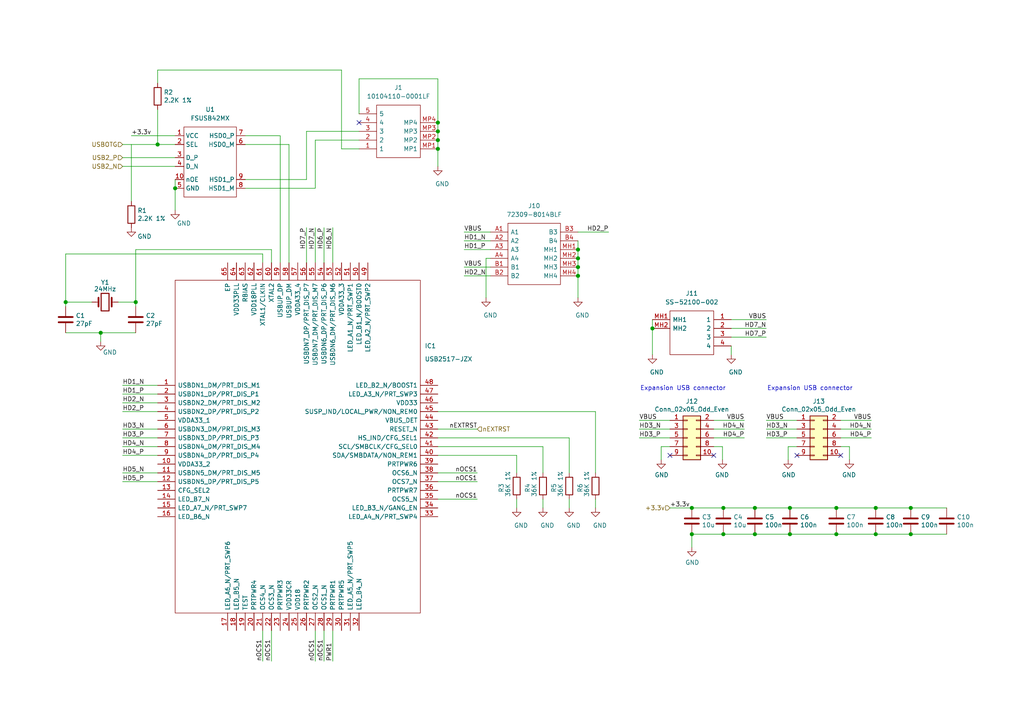
<source format=kicad_sch>
(kicad_sch (version 20200828) (generator eeschema)
  (page 2 5)
  (paper "A4")
  (title_block (title "USB2 Hub and Ports") (date "2020-11-14") (rev "0.1") (company "TheGuyDanish") (comment 1 "https://github.com/theguydanish/cm4_matx"))
  (lib_symbols
    (symbol "CM4IO:FSUSB42MX"
      (property "Reference" "U" (at -7.62 20.32 0))
      (property "Value" "FSUSB42MX" (at -2.54 -2.54 0))
      (symbol "FSUSB42MX_0_1"
        (rectangle (start -8.89 19.05) (end 6.35 -1.27))
      )
      (symbol "FSUSB42MX_0_0"
        (pin power_in line (at 8.89 16.51 180) (length 2.54) (name "VCC") (number "1"))
        (pin input line (at 8.89 3.81 180) (length 2.54) (name "nOE") (number "10"))
        (pin input line (at 8.89 13.97 180) (length 2.54) (name "SEL") (number "2"))
        (pin bidirectional line (at 8.89 10.16 180) (length 2.54) (name "D_P") (number "3"))
        (pin bidirectional line (at 8.89 7.62 180) (length 2.54) (name "D_N") (number "4"))
        (pin power_in line (at 8.89 1.27 180) (length 2.54) (name "GND") (number "5"))
        (pin bidirectional line (at -11.43 13.97 0) (length 2.54) (name "HSD0_M") (number "6"))
        (pin bidirectional line (at -11.43 16.51 0) (length 2.54) (name "HSD0_P") (number "7"))
        (pin bidirectional line (at -11.43 1.27 0) (length 2.54) (name "HSD1_M") (number "8"))
        (pin bidirectional line (at -11.43 3.81 0) (length 2.54) (name "HSD1_P") (number "9"))
      )
    )
    (symbol "CM4_MATX:10104110-0001LF" (pin_names (offset 0.762))
      (property "Reference" "J" (at 19.05 7.62 0))
      (property "Value" "10104110-0001LF" (at 19.05 5.08 0))
      (symbol "10104110-0001LF_0_1"
        (polyline (pts (xy 5.08 2.54) (xy 17.78 2.54) (xy 17.78 -12.7) (xy 5.08 -12.7) (xy 5.08 2.54)) (stroke (width 0.1524)))
      )
      (symbol "10104110-0001LF_0_0"
        (pin passive line (at 22.86 0 180) (length 5.08) (name "1") (number "1"))
        (pin passive line (at 22.86 -2.54 180) (length 5.08) (name "2") (number "2"))
        (pin passive line (at 22.86 -5.08 180) (length 5.08) (name "3") (number "3"))
        (pin passive line (at 22.86 -7.62 180) (length 5.08) (name "4") (number "4"))
        (pin passive line (at 22.86 -10.16 180) (length 5.08) (name "5") (number "5"))
        (pin passive line (at 0 0 0) (length 5.08) (name "MP1") (number "MP1"))
        (pin passive line (at 0 -2.54 0) (length 5.08) (name "MP2") (number "MP2"))
        (pin passive line (at 0 -5.08 0) (length 5.08) (name "MP3") (number "MP3"))
        (pin passive line (at 0 -7.62 0) (length 5.08) (name "MP4") (number "MP4"))
      )
    )
    (symbol "CM4_MATX:72309-8014BLF" (pin_names (offset 0.762))
      (property "Reference" "J" (at 21.59 7.62 0))
      (property "Value" "72309-8014BLF" (at 21.59 5.08 0))
      (symbol "72309-8014BLF_0_1"
        (polyline (pts (xy 5.08 2.54) (xy 20.32 2.54) (xy 20.32 -15.24) (xy 5.08 -15.24) (xy 5.08 2.54)) (stroke (width 0.1524)))
      )
      (symbol "72309-8014BLF_0_0"
        (pin passive line (at 0 0 0) (length 5.08) (name "A1") (number "A1"))
        (pin passive line (at 0 -2.54 0) (length 5.08) (name "A2") (number "A2"))
        (pin passive line (at 0 -5.08 0) (length 5.08) (name "A3") (number "A3"))
        (pin passive line (at 0 -7.62 0) (length 5.08) (name "A4") (number "A4"))
        (pin passive line (at 0 -10.16 0) (length 5.08) (name "B1") (number "B1"))
        (pin passive line (at 0 -12.7 0) (length 5.08) (name "B2") (number "B2"))
        (pin passive line (at 25.4 0 180) (length 5.08) (name "B3") (number "B3"))
        (pin passive line (at 25.4 -2.54 180) (length 5.08) (name "B4") (number "B4"))
        (pin passive line (at 25.4 -5.08 180) (length 5.08) (name "MH1") (number "MH1"))
        (pin passive line (at 25.4 -7.62 180) (length 5.08) (name "MH2") (number "MH2"))
        (pin passive line (at 25.4 -10.16 180) (length 5.08) (name "MH3") (number "MH3"))
        (pin passive line (at 25.4 -12.7 180) (length 5.08) (name "MH4") (number "MH4"))
      )
    )
    (symbol "CM4_MATX:SS-52100-002" (pin_names (offset 0.762))
      (property "Reference" "J" (at 19.05 7.62 0))
      (property "Value" "SS-52100-002" (at 19.05 5.08 0))
      (symbol "SS-52100-002_0_1"
        (polyline (pts (xy 5.08 2.54) (xy 17.78 2.54) (xy 17.78 -10.16) (xy 5.08 -10.16) (xy 5.08 2.54)) (stroke (width 0.1524)))
      )
      (symbol "SS-52100-002_0_0"
        (pin passive line (at 22.86 0 180) (length 5.08) (name "1") (number "1"))
        (pin passive line (at 22.86 -2.54 180) (length 5.08) (name "2") (number "2"))
        (pin passive line (at 22.86 -5.08 180) (length 5.08) (name "3") (number "3"))
        (pin passive line (at 22.86 -7.62 180) (length 5.08) (name "4") (number "4"))
        (pin passive line (at 0 0 0) (length 5.08) (name "MH1") (number "MH1"))
        (pin passive line (at 0 -2.54 0) (length 5.08) (name "MH2") (number "MH2"))
      )
    )
    (symbol "CM4_MATX:USB2517-JZX" (pin_names (offset 0.762))
      (property "Reference" "IC" (at 77.47 35.56 0))
      (property "Value" "USB2517-JZX" (at 77.47 33.02 0))
      (symbol "USB2517-JZX_0_1"
        (polyline (pts (xy 5.08 30.48) (xy 76.2 30.48) (xy 76.2 -66.04) (xy 5.08 -66.04) (xy 5.08 30.48)) (stroke (width 0.1524)))
      )
      (symbol "USB2517-JZX_0_0"
        (pin passive line (at 0 0 0) (length 5.08) (name "USBDN1_DM/PRT_DIS_M1") (number "1"))
        (pin passive line (at 0 -2.54 0) (length 5.08) (name "USBDN1_DP/PRT_DIS_P1") (number "2"))
        (pin passive line (at 0 -5.08 0) (length 5.08) (name "USBDN2_DM/PRT_DIS_M2") (number "3"))
        (pin passive line (at 0 -7.62 0) (length 5.08) (name "USBDN2_DP/PRT_DIS_P2") (number "4"))
        (pin power_in line (at 0 -10.16 0) (length 5.08) (name "VDDA33_1") (number "5"))
        (pin passive line (at 0 -12.7 0) (length 5.08) (name "USBDN3_DM/PRT_DIS_M3") (number "6"))
        (pin passive line (at 0 -15.24 0) (length 5.08) (name "USBDN3_DP/PRT_DIS_P3") (number "7"))
        (pin passive line (at 0 -17.78 0) (length 5.08) (name "USBDN4_DM/PRT_DIS_M4") (number "8"))
        (pin passive line (at 0 -20.32 0) (length 5.08) (name "USBDN4_DP/PRT_DIS_P4") (number "9"))
        (pin power_in line (at 0 -22.86 0) (length 5.08) (name "VDDA33_2") (number "10"))
        (pin passive line (at 0 -25.4 0) (length 5.08) (name "USBDN5_DM/PRT_DIS_M5") (number "11"))
        (pin passive line (at 0 -27.94 0) (length 5.08) (name "USBDN5_DP/PRT_DIS_P5") (number "12"))
        (pin passive line (at 0 -30.48 0) (length 5.08) (name "CFG_SEL2") (number "13"))
        (pin passive line (at 0 -33.02 0) (length 5.08) (name "LED_B7_N") (number "14"))
        (pin passive line (at 0 -35.56 0) (length 5.08) (name "LED_A7_N/PRT_SWP7") (number "15"))
        (pin passive line (at 0 -38.1 0) (length 5.08) (name "LED_B6_N") (number "16"))
        (pin passive line (at 20.32 -71.12 90) (length 5.08) (name "LED_A6_N/PRT_SWP6") (number "17"))
        (pin passive line (at 22.86 -71.12 90) (length 5.08) (name "LED_B5_N") (number "18"))
        (pin passive line (at 25.4 -71.12 90) (length 5.08) (name "TEST") (number "19"))
        (pin passive line (at 27.94 -71.12 90) (length 5.08) (name "PRTPWR4") (number "20"))
        (pin input line (at 30.48 -71.12 90) (length 5.08) (name "OCS4_N") (number "21"))
        (pin input line (at 33.02 -71.12 90) (length 5.08) (name "OCS3_N") (number "22"))
        (pin passive line (at 35.56 -71.12 90) (length 5.08) (name "PRTPWR3") (number "23"))
        (pin power_in line (at 38.1 -71.12 90) (length 5.08) (name "VDD33CR") (number "24"))
        (pin power_in line (at 40.64 -71.12 90) (length 5.08) (name "VDD18") (number "25"))
        (pin passive line (at 43.18 -71.12 90) (length 5.08) (name "PRTPWR2") (number "26"))
        (pin input line (at 45.72 -71.12 90) (length 5.08) (name "OCS2_N") (number "27"))
        (pin input line (at 48.26 -71.12 90) (length 5.08) (name "OCS1_N") (number "28"))
        (pin passive line (at 50.8 -71.12 90) (length 5.08) (name "PRTPWR1") (number "29"))
        (pin passive line (at 53.34 -71.12 90) (length 5.08) (name "PRTPWR5") (number "30"))
        (pin passive line (at 55.88 -71.12 90) (length 5.08) (name "LED_A5_N/PRT_SWP5") (number "31"))
        (pin passive line (at 58.42 -71.12 90) (length 5.08) (name "LED_B4_N") (number "32"))
        (pin passive line (at 81.28 0 180) (length 5.08) (name "LED_B2_N/BOOST1") (number "48"))
        (pin passive line (at 81.28 -2.54 180) (length 5.08) (name "LED_A3_N/PRT_SWP3") (number "47"))
        (pin power_in line (at 81.28 -5.08 180) (length 5.08) (name "VDD33") (number "46"))
        (pin input line (at 81.28 -7.62 180) (length 5.08) (name "SUSP_IND/LOCAL_PWR/NON_REM0") (number "45"))
        (pin passive line (at 81.28 -10.16 180) (length 5.08) (name "VBUS_DET") (number "44"))
        (pin passive line (at 81.28 -12.7 180) (length 5.08) (name "RESET_N") (number "43"))
        (pin input line (at 81.28 -15.24 180) (length 5.08) (name "HS_IND/CFG_SEL1") (number "42"))
        (pin input line (at 81.28 -17.78 180) (length 5.08) (name "SCL/SMBCLK/CFG_SEL0") (number "41"))
        (pin passive line (at 81.28 -20.32 180) (length 5.08) (name "SDA/SMBDATA/NON_REM1") (number "40"))
        (pin passive line (at 81.28 -22.86 180) (length 5.08) (name "PRTPWR6") (number "39"))
        (pin input line (at 81.28 -25.4 180) (length 5.08) (name "OCS6_N") (number "38"))
        (pin input line (at 81.28 -27.94 180) (length 5.08) (name "OCS7_N") (number "37"))
        (pin passive line (at 81.28 -30.48 180) (length 5.08) (name "PRTPWR7") (number "36"))
        (pin input line (at 81.28 -33.02 180) (length 5.08) (name "OCS5_N") (number "35"))
        (pin passive line (at 81.28 -35.56 180) (length 5.08) (name "LED_B3_N/GANG_EN") (number "34"))
        (pin passive line (at 81.28 -38.1 180) (length 5.08) (name "LED_A4_N/PRT_SWP4") (number "33"))
        (pin passive line (at 20.32 35.56 270) (length 5.08) (name "EP") (number "65"))
        (pin power_in line (at 22.86 35.56 270) (length 5.08) (name "VDD33PLL") (number "64"))
        (pin passive line (at 25.4 35.56 270) (length 5.08) (name "RBIAS") (number "63"))
        (pin power_in line (at 27.94 35.56 270) (length 5.08) (name "VDD18PLL") (number "62"))
        (pin input line (at 30.48 35.56 270) (length 5.08) (name "XTAL1/CLKIN") (number "61"))
        (pin passive line (at 33.02 35.56 270) (length 5.08) (name "XTAL2") (number "60"))
        (pin passive line (at 35.56 35.56 270) (length 5.08) (name "USBUP_DP") (number "59"))
        (pin passive line (at 38.1 35.56 270) (length 5.08) (name "USBUP_DM") (number "58"))
        (pin power_in line (at 40.64 35.56 270) (length 5.08) (name "VDDA33_4") (number "57"))
        (pin passive line (at 43.18 35.56 270) (length 5.08) (name "USBDN7_DP/PRT_DIS_P7") (number "56"))
        (pin passive line (at 45.72 35.56 270) (length 5.08) (name "USBDN7_DM/PRT_DIS_M7") (number "55"))
        (pin passive line (at 48.26 35.56 270) (length 5.08) (name "USBDN6_DP/PRT_DIS_P6") (number "54"))
        (pin passive line (at 50.8 35.56 270) (length 5.08) (name "USBDN6_DM/PRT_DIS_M6") (number "53"))
        (pin power_in line (at 53.34 35.56 270) (length 5.08) (name "VDDA33_3") (number "52"))
        (pin passive line (at 55.88 35.56 270) (length 5.08) (name "LED_A1_N/PRT_SWP1") (number "51"))
        (pin passive line (at 58.42 35.56 270) (length 5.08) (name "LED_B1_N/BOOST0") (number "50"))
        (pin passive line (at 60.96 35.56 270) (length 5.08) (name "LED_A2_N/PRT_SWP2") (number "49"))
      )
    )
    (symbol "Connector_Generic:Conn_02x05_Odd_Even" (pin_names hide)
      (property "Reference" "J" (at 1.27 7.62 0))
      (property "Value" "Conn_02x05_Odd_Even" (at 1.27 -7.62 0))
      (symbol "Conn_02x05_Odd_Even_1_1"
        (rectangle (start -1.27 -4.953) (end 0 -5.207))
        (rectangle (start -1.27 -2.413) (end 0 -2.667))
        (rectangle (start -1.27 2.667) (end 0 2.413))
        (rectangle (start -1.27 5.207) (end 0 4.953))
        (rectangle (start -1.27 6.35) (end 3.81 -6.35) (stroke (width 0.254)) (fill (type background)))
        (rectangle (start -1.27 0.127) (end 0 -0.127))
        (rectangle (start 3.81 -4.953) (end 2.54 -5.207))
        (rectangle (start 3.81 -2.413) (end 2.54 -2.667))
        (rectangle (start 3.81 2.667) (end 2.54 2.413))
        (rectangle (start 3.81 5.207) (end 2.54 4.953))
        (rectangle (start 3.81 0.127) (end 2.54 -0.127))
        (pin passive line (at -5.08 5.08 0) (length 3.81) (name "Pin_1") (number "1"))
        (pin passive line (at 7.62 -5.08 180) (length 3.81) (name "Pin_10") (number "10"))
        (pin passive line (at 7.62 5.08 180) (length 3.81) (name "Pin_2") (number "2"))
        (pin passive line (at -5.08 2.54 0) (length 3.81) (name "Pin_3") (number "3"))
        (pin passive line (at 7.62 2.54 180) (length 3.81) (name "Pin_4") (number "4"))
        (pin passive line (at -5.08 0 0) (length 3.81) (name "Pin_5") (number "5"))
        (pin passive line (at 7.62 0 180) (length 3.81) (name "Pin_6") (number "6"))
        (pin passive line (at -5.08 -2.54 0) (length 3.81) (name "Pin_7") (number "7"))
        (pin passive line (at 7.62 -2.54 180) (length 3.81) (name "Pin_8") (number "8"))
        (pin passive line (at -5.08 -5.08 0) (length 3.81) (name "Pin_9") (number "9"))
      )
    )
    (symbol "Device:C" (pin_numbers hide) (pin_names (offset 0.254))
      (property "Reference" "C" (at 0.635 2.54 0))
      (property "Value" "C" (at 0.635 -2.54 0))
      (symbol "C_0_1"
        (polyline (pts (xy -2.032 -0.762) (xy 2.032 -0.762)) (stroke (width 0.508)))
        (polyline (pts (xy -2.032 0.762) (xy 2.032 0.762)) (stroke (width 0.508)))
      )
      (symbol "C_1_1"
        (pin passive line (at 0 3.81 270) (length 2.794) (name "~") (number "1"))
        (pin passive line (at 0 -3.81 90) (length 2.794) (name "~") (number "2"))
      )
    )
    (symbol "Device:Crystal" (pin_numbers hide) (pin_names hide)
      (property "Reference" "Y" (at 0 3.81 0))
      (property "Value" "Crystal" (at 0 -3.81 0))
      (symbol "Crystal_0_1"
        (rectangle (start -1.143 2.54) (end 1.143 -2.54) (stroke (width 0.3048)))
        (polyline (pts (xy -2.54 0) (xy -1.905 0)))
        (polyline (pts (xy -1.905 -1.27) (xy -1.905 1.27)) (stroke (width 0.508)))
        (polyline (pts (xy 1.905 -1.27) (xy 1.905 1.27)) (stroke (width 0.508)))
        (polyline (pts (xy 2.54 0) (xy 1.905 0)))
      )
      (symbol "Crystal_1_1"
        (pin passive line (at -3.81 0 0) (length 1.27) (name "1") (number "1"))
        (pin passive line (at 3.81 0 180) (length 1.27) (name "2") (number "2"))
      )
    )
    (symbol "Device:R" (pin_numbers hide) (pin_names (offset 0))
      (property "Reference" "R" (at 2.032 0 90))
      (property "Value" "R" (at 0 0 90))
      (symbol "R_0_1"
        (rectangle (start -1.016 -2.54) (end 1.016 2.54) (stroke (width 0.254)))
      )
      (symbol "R_1_1"
        (pin passive line (at 0 3.81 270) (length 1.27) (name "~") (number "1"))
        (pin passive line (at 0 -3.81 90) (length 1.27) (name "~") (number "2"))
      )
    )
    (symbol "power:GND" (power) (pin_names (offset 0))
      (property "Value" "GND" (at 0 -3.81 0))
      (symbol "GND_0_1"
        (polyline (pts (xy 0 0) (xy 0 -1.27) (xy 1.27 -1.27) (xy 0 -2.54) (xy -1.27 -1.27) (xy 0 -1.27)))
      )
      (symbol "GND_1_1"
        (pin power_in line (at 0 0 270) (length 0) hide (name "GND") (number "1"))
      )
    )
  )
  (junction (at 19.05 87.63) (diameter 1.016))
  (junction (at 29.21 96.52) (diameter 1.016))
  (junction (at 39.37 87.63) (diameter 1.016))
  (junction (at 45.72 41.91) (diameter 1.016))
  (junction (at 50.8 54.61) (diameter 1.016))
  (junction (at 127 35.56) (diameter 1.016))
  (junction (at 127 38.1) (diameter 1.016))
  (junction (at 127 40.64) (diameter 1.016))
  (junction (at 127 43.18) (diameter 1.016))
  (junction (at 167.64 72.39) (diameter 1.016))
  (junction (at 167.64 74.93) (diameter 1.016))
  (junction (at 167.64 77.47) (diameter 1.016))
  (junction (at 167.64 80.01) (diameter 1.016))
  (junction (at 189.23 95.25) (diameter 1.016))
  (junction (at 200.66 147.32) (diameter 1.016))
  (junction (at 200.66 154.94) (diameter 1.016))
  (junction (at 209.804 147.32) (diameter 1.016))
  (junction (at 209.804 154.94) (diameter 1.016))
  (junction (at 218.948 147.32) (diameter 1.016))
  (junction (at 218.948 154.94) (diameter 1.016))
  (junction (at 229.108 147.32) (diameter 1.016))
  (junction (at 229.108 154.94) (diameter 1.016))
  (junction (at 242.57 147.32) (diameter 1.016))
  (junction (at 242.57 154.94) (diameter 1.016))
  (junction (at 254 147.32) (diameter 1.016))
  (junction (at 254 154.94) (diameter 1.016))
  (junction (at 264.16 147.32) (diameter 1.016))
  (junction (at 264.16 154.94) (diameter 1.016))
  (no_connect (at 231.14 132.08))
  (no_connect (at 243.84 132.08))
  (no_connect (at 104.14 35.56))
  (no_connect (at 207.01 132.08))
  (no_connect (at 194.31 132.08))
  (wire (pts (xy 19.05 73.66) (xy 19.05 87.63)))
  (wire (pts (xy 19.05 87.63) (xy 26.67 87.63)))
  (wire (pts (xy 19.05 88.9) (xy 19.05 87.63)))
  (wire (pts (xy 19.05 96.52) (xy 29.21 96.52)))
  (wire (pts (xy 29.21 96.52) (xy 29.21 99.06)))
  (wire (pts (xy 29.21 96.52) (xy 39.37 96.52)))
  (wire (pts (xy 34.29 87.63) (xy 39.37 87.63)))
  (wire (pts (xy 35.56 41.91) (xy 45.72 41.91)))
  (wire (pts (xy 35.56 45.72) (xy 50.8 45.72)))
  (wire (pts (xy 35.56 48.26) (xy 50.8 48.26)))
  (wire (pts (xy 35.56 111.76) (xy 45.72 111.76)))
  (wire (pts (xy 35.56 114.3) (xy 45.72 114.3)))
  (wire (pts (xy 35.56 116.84) (xy 45.72 116.84)))
  (wire (pts (xy 35.56 119.38) (xy 45.72 119.38)))
  (wire (pts (xy 35.56 124.46) (xy 45.72 124.46)))
  (wire (pts (xy 35.56 127) (xy 45.72 127)))
  (wire (pts (xy 35.56 129.54) (xy 45.72 129.54)))
  (wire (pts (xy 35.56 132.08) (xy 45.72 132.08)))
  (wire (pts (xy 35.56 137.16) (xy 45.72 137.16)))
  (wire (pts (xy 35.56 139.7) (xy 45.72 139.7)))
  (wire (pts (xy 38.1 39.37) (xy 50.8 39.37)))
  (wire (pts (xy 38.1 41.91) (xy 38.1 58.42)))
  (wire (pts (xy 39.37 72.39) (xy 39.37 87.63)))
  (wire (pts (xy 39.37 72.39) (xy 78.74 72.39)))
  (wire (pts (xy 39.37 87.63) (xy 39.37 88.9)))
  (wire (pts (xy 45.72 20.32) (xy 99.06 20.32)))
  (wire (pts (xy 45.72 24.13) (xy 45.72 20.32)))
  (wire (pts (xy 45.72 31.75) (xy 45.72 41.91)))
  (wire (pts (xy 45.72 41.91) (xy 50.8 41.91)))
  (wire (pts (xy 50.8 52.07) (xy 50.8 54.61)))
  (wire (pts (xy 50.8 54.61) (xy 50.8 60.96)))
  (wire (pts (xy 71.12 39.37) (xy 81.28 39.37)))
  (wire (pts (xy 71.12 41.91) (xy 83.82 41.91)))
  (wire (pts (xy 71.12 52.07) (xy 88.9 52.07)))
  (wire (pts (xy 71.12 54.61) (xy 91.44 54.61)))
  (wire (pts (xy 76.2 73.66) (xy 19.05 73.66)))
  (wire (pts (xy 76.2 76.2) (xy 76.2 73.66)))
  (wire (pts (xy 76.2 182.88) (xy 76.2 191.77)))
  (wire (pts (xy 78.74 72.39) (xy 78.74 76.2)))
  (wire (pts (xy 78.74 182.88) (xy 78.74 191.77)))
  (wire (pts (xy 81.28 76.2) (xy 81.28 39.37)))
  (wire (pts (xy 83.82 41.91) (xy 83.82 76.2)))
  (wire (pts (xy 88.9 38.1) (xy 88.9 52.07)))
  (wire (pts (xy 88.9 66.04) (xy 88.9 76.2)))
  (wire (pts (xy 91.44 40.64) (xy 91.44 54.61)))
  (wire (pts (xy 91.44 40.64) (xy 104.14 40.64)))
  (wire (pts (xy 91.44 66.04) (xy 91.44 76.2)))
  (wire (pts (xy 91.44 182.88) (xy 91.44 191.77)))
  (wire (pts (xy 93.98 66.04) (xy 93.98 76.2)))
  (wire (pts (xy 93.98 182.88) (xy 93.98 191.77)))
  (wire (pts (xy 96.52 66.04) (xy 96.52 76.2)))
  (wire (pts (xy 96.52 182.88) (xy 96.52 191.77)))
  (wire (pts (xy 99.06 20.32) (xy 99.06 43.18)))
  (wire (pts (xy 99.06 43.18) (xy 104.14 43.18)))
  (wire (pts (xy 104.14 22.86) (xy 127 22.86)))
  (wire (pts (xy 104.14 33.02) (xy 104.14 22.86)))
  (wire (pts (xy 104.14 38.1) (xy 88.9 38.1)))
  (wire (pts (xy 127 22.86) (xy 127 35.56)))
  (wire (pts (xy 127 35.56) (xy 127 38.1)))
  (wire (pts (xy 127 38.1) (xy 127 40.64)))
  (wire (pts (xy 127 40.64) (xy 127 43.18)))
  (wire (pts (xy 127 43.18) (xy 127 48.26)))
  (wire (pts (xy 127 119.38) (xy 172.72 119.38)))
  (wire (pts (xy 127 124.46) (xy 138.43 124.46)))
  (wire (pts (xy 127 127) (xy 165.1 127)))
  (wire (pts (xy 127 132.08) (xy 149.86 132.08)))
  (wire (pts (xy 127 137.16) (xy 138.43 137.16)))
  (wire (pts (xy 127 139.7) (xy 138.43 139.7)))
  (wire (pts (xy 127 144.78) (xy 138.43 144.78)))
  (wire (pts (xy 134.62 67.31) (xy 142.24 67.31)))
  (wire (pts (xy 134.62 69.85) (xy 142.24 69.85)))
  (wire (pts (xy 134.62 72.39) (xy 142.24 72.39)))
  (wire (pts (xy 134.62 77.47) (xy 142.24 77.47)))
  (wire (pts (xy 134.62 80.01) (xy 142.24 80.01)))
  (wire (pts (xy 140.97 74.93) (xy 140.97 86.36)))
  (wire (pts (xy 142.24 74.93) (xy 140.97 74.93)))
  (wire (pts (xy 149.86 132.08) (xy 149.86 137.16)))
  (wire (pts (xy 149.86 144.78) (xy 149.86 147.32)))
  (wire (pts (xy 157.48 129.54) (xy 127 129.54)))
  (wire (pts (xy 157.48 137.16) (xy 157.48 129.54)))
  (wire (pts (xy 157.48 144.78) (xy 157.48 147.32)))
  (wire (pts (xy 165.1 127) (xy 165.1 137.16)))
  (wire (pts (xy 165.1 144.78) (xy 165.1 147.32)))
  (wire (pts (xy 167.64 67.31) (xy 176.53 67.31)))
  (wire (pts (xy 167.64 69.85) (xy 167.64 72.39)))
  (wire (pts (xy 167.64 72.39) (xy 167.64 74.93)))
  (wire (pts (xy 167.64 74.93) (xy 167.64 77.47)))
  (wire (pts (xy 167.64 77.47) (xy 167.64 80.01)))
  (wire (pts (xy 167.64 80.01) (xy 167.64 86.36)))
  (wire (pts (xy 172.72 119.38) (xy 172.72 137.16)))
  (wire (pts (xy 172.72 144.78) (xy 172.72 147.32)))
  (wire (pts (xy 185.42 121.92) (xy 194.31 121.92)))
  (wire (pts (xy 185.42 124.46) (xy 194.31 124.46)))
  (wire (pts (xy 185.42 127) (xy 194.31 127)))
  (wire (pts (xy 189.23 92.71) (xy 189.23 95.25)))
  (wire (pts (xy 189.23 95.25) (xy 189.23 102.87)))
  (wire (pts (xy 191.77 129.54) (xy 191.77 133.35)))
  (wire (pts (xy 191.77 129.54) (xy 194.31 129.54)))
  (wire (pts (xy 194.31 147.32) (xy 200.66 147.32)))
  (wire (pts (xy 200.66 147.32) (xy 209.804 147.32)))
  (wire (pts (xy 200.66 154.94) (xy 209.804 154.94)))
  (wire (pts (xy 200.66 158.75) (xy 200.66 154.94)))
  (wire (pts (xy 207.01 129.54) (xy 209.55 129.54)))
  (wire (pts (xy 209.55 129.54) (xy 209.55 133.35)))
  (wire (pts (xy 209.804 147.32) (xy 218.948 147.32)))
  (wire (pts (xy 209.804 154.94) (xy 218.948 154.94)))
  (wire (pts (xy 212.09 92.71) (xy 222.25 92.71)))
  (wire (pts (xy 212.09 95.25) (xy 222.25 95.25)))
  (wire (pts (xy 212.09 97.79) (xy 222.25 97.79)))
  (wire (pts (xy 212.09 100.33) (xy 212.09 102.87)))
  (wire (pts (xy 215.9 121.92) (xy 207.01 121.92)))
  (wire (pts (xy 215.9 124.46) (xy 207.01 124.46)))
  (wire (pts (xy 215.9 127) (xy 207.01 127)))
  (wire (pts (xy 218.948 147.32) (xy 229.108 147.32)))
  (wire (pts (xy 218.948 154.94) (xy 229.108 154.94)))
  (wire (pts (xy 222.25 121.92) (xy 231.14 121.92)))
  (wire (pts (xy 222.25 124.46) (xy 231.14 124.46)))
  (wire (pts (xy 222.25 127) (xy 231.14 127)))
  (wire (pts (xy 228.6 129.54) (xy 228.6 133.35)))
  (wire (pts (xy 228.6 129.54) (xy 231.14 129.54)))
  (wire (pts (xy 229.108 147.32) (xy 242.57 147.32)))
  (wire (pts (xy 229.108 154.94) (xy 242.57 154.94)))
  (wire (pts (xy 242.57 147.32) (xy 254 147.32)))
  (wire (pts (xy 242.57 154.94) (xy 254 154.94)))
  (wire (pts (xy 243.84 129.54) (xy 246.38 129.54)))
  (wire (pts (xy 246.38 129.54) (xy 246.38 133.35)))
  (wire (pts (xy 252.73 121.92) (xy 243.84 121.92)))
  (wire (pts (xy 252.73 124.46) (xy 243.84 124.46)))
  (wire (pts (xy 252.73 127) (xy 243.84 127)))
  (wire (pts (xy 254 147.32) (xy 264.16 147.32)))
  (wire (pts (xy 254 154.94) (xy 264.16 154.94)))
  (wire (pts (xy 264.16 147.32) (xy 274.574 147.32)))
  (wire (pts (xy 264.16 154.94) (xy 274.574 154.94)))
  (text "Expansion USB connector" (at 210.5406 113.4618 180) (effects (font (size 1.27 1.27)) (justify right bottom)))
  (text "Expansion USB connector" (at 247.3706 113.4618 180) (effects (font (size 1.27 1.27)) (justify right bottom)))
  (label "HD1_N" (at 35.56 111.76 0))
  (label "HD1_P" (at 35.56 114.3 0))
  (label "HD2_N" (at 35.56 116.84 0))
  (label "HD2_P" (at 35.56 119.38 0))
  (label "HD3_N" (at 35.56 124.46 0))
  (label "HD3_P" (at 35.56 127 0))
  (label "HD4_N" (at 35.56 129.54 0))
  (label "HD4_P" (at 35.56 132.08 0))
  (label "HD5_N" (at 35.56 137.16 0))
  (label "HD5_P" (at 35.56 139.7 0))
  (label "+3.3v" (at 38.1 39.37 0))
  (label "nOCS1" (at 76.2 191.77 90))
  (label "nOCS1" (at 78.74 191.77 90))
  (label "HD7_P" (at 88.9 66.04 270))
  (label "HD7_N" (at 91.44 66.04 270))
  (label "nOCS1" (at 91.44 191.77 90))
  (label "HD6_P" (at 93.98 66.04 270))
  (label "nOCS1" (at 93.98 191.77 90))
  (label "HD6_N" (at 96.52 66.04 270))
  (label "PWR1" (at 96.52 191.77 90))
  (label "VBUS" (at 134.62 67.31 0))
  (label "HD1_N" (at 134.62 69.85 0))
  (label "HD1_P" (at 134.62 72.39 0))
  (label "VBUS" (at 134.62 77.47 0))
  (label "HD2_N" (at 134.62 80.01 0))
  (label "nEXTRST" (at 138.43 124.46 180))
  (label "nOCS1" (at 138.43 137.16 180))
  (label "nOCS1" (at 138.43 139.7 180))
  (label "nOCS1" (at 138.43 144.78 180))
  (label "HD2_P" (at 176.53 67.31 180))
  (label "VBUS" (at 185.42 121.92 0))
  (label "HD3_N" (at 185.42 124.46 0))
  (label "HD3_P" (at 185.42 127 0))
  (label "+3.3v" (at 194.31 147.32 0))
  (label "VBUS" (at 215.9 121.92 180))
  (label "HD4_N" (at 215.9 124.46 180))
  (label "HD4_P" (at 215.9 127 180))
  (label "VBUS" (at 222.25 92.71 180))
  (label "HD7_N" (at 222.25 95.25 180))
  (label "HD7_P" (at 222.25 97.79 180))
  (label "VBUS" (at 222.25 121.92 0))
  (label "HD3_N" (at 222.25 124.46 0))
  (label "HD3_P" (at 222.25 127 0))
  (label "VBUS" (at 252.73 121.92 180))
  (label "HD4_N" (at 252.73 124.46 180))
  (label "HD4_P" (at 252.73 127 180))
  (hierarchical_label "USBOTG" (shape input) (at 35.56 41.91 180))
  (hierarchical_label "USB2_P" (shape input) (at 35.56 45.72 180))
  (hierarchical_label "USB2_N" (shape input) (at 35.56 48.26 180))
  (hierarchical_label "nEXTRST" (shape input) (at 138.43 124.46 0))
  (hierarchical_label "+3.3v" (shape input) (at 194.31 147.32 180))
  (symbol (lib_id "power:GND") (at 29.21 99.06 0) (unit 1)
    (property "Reference" "#PWR0108" (effects hide))
    (property "Value" "GND" (at 31.877 102.1842 0))
  )
  (symbol (lib_id "power:GND") (at 38.1 66.04 0) (unit 1)
    (property "Reference" "#PWR0107" (effects hide))
    (property "Value" "GND" (at 41.91 68.58 0))
  )
  (symbol (lib_id "power:GND") (at 50.8 60.96 0) (unit 1)
    (property "Reference" "#PWR0106" (effects hide))
    (property "Value" "GND" (at 53.34 64.77 0))
  )
  (symbol (lib_id "power:GND") (at 127 48.26 0) (unit 1)
    (property "Reference" "#PWR0101" (effects hide))
    (property "Value" "GND" (at 128.27 53.34 0))
  )
  (symbol (lib_id "power:GND") (at 140.97 86.36 0) (unit 1)
    (property "Reference" "#PWR0125" (effects hide))
    (property "Value" "GND" (at 142.24 91.44 0))
  )
  (symbol (lib_id "power:GND") (at 149.86 147.32 0) (unit 1)
    (property "Reference" "#PWR0109" (effects hide))
    (property "Value" "GND" (at 151.13 152.4 0))
  )
  (symbol (lib_id "power:GND") (at 157.48 147.32 0) (unit 1)
    (property "Reference" "#PWR0102" (effects hide))
    (property "Value" "GND" (at 158.75 152.4 0))
  )
  (symbol (lib_id "power:GND") (at 165.1 147.32 0) (unit 1)
    (property "Reference" "#PWR0103" (effects hide))
    (property "Value" "GND" (at 166.37 152.4 0))
  )
  (symbol (lib_id "power:GND") (at 167.64 86.36 0) (unit 1)
    (property "Reference" "#PWR0132" (effects hide))
    (property "Value" "GND" (at 168.91 91.44 0))
  )
  (symbol (lib_id "power:GND") (at 172.72 147.32 0) (unit 1)
    (property "Reference" "#PWR0104" (effects hide))
    (property "Value" "GND" (at 173.99 152.4 0))
  )
  (symbol (lib_id "power:GND") (at 189.23 102.87 0) (unit 1)
    (property "Reference" "#PWR0131" (effects hide))
    (property "Value" "GND" (at 190.5 107.95 0))
  )
  (symbol (lib_id "power:GND") (at 191.77 133.35 0) (unit 1)
    (property "Reference" "#PWR0126" (effects hide))
    (property "Value" "GND" (at 191.897 137.7442 0))
  )
  (symbol (lib_id "power:GND") (at 200.66 158.75 0) (unit 1)
    (property "Reference" "#PWR0105" (effects hide))
    (property "Value" "GND" (at 200.787 163.1442 0))
  )
  (symbol (lib_id "power:GND") (at 209.55 133.35 0) (mirror y) (unit 1)
    (property "Reference" "#PWR0127" (effects hide))
    (property "Value" "GND" (at 209.423 137.7442 0))
  )
  (symbol (lib_id "power:GND") (at 212.09 102.87 0) (unit 1)
    (property "Reference" "#PWR0129" (effects hide))
    (property "Value" "GND" (at 213.36 107.95 0))
  )
  (symbol (lib_id "power:GND") (at 228.6 133.35 0) (unit 1)
    (property "Reference" "#PWR0130" (effects hide))
    (property "Value" "GND" (at 228.727 137.7442 0))
  )
  (symbol (lib_id "power:GND") (at 246.38 133.35 0) (mirror y) (unit 1)
    (property "Reference" "#PWR0128" (effects hide))
    (property "Value" "GND" (at 246.253 137.7442 0))
  )
  (symbol (lib_id "Device:R") (at 38.1 62.23 0) (unit 1)
    (property "Reference" "R1" (at 39.878 61.0616 0) (effects (justify left)))
    (property "Value" "2.2K 1%" (at 39.878 63.373 0) (effects (justify left)))
    (property "Footprint" "Resistor_SMD:R_0402_1005Metric" (effects hide))
    (property "Datasheet" "https://fscdn.rohm.com/en/products/databook/datasheet/passive/resistor/chip_resistor/mcr-e.pdf" (effects hide))
    (property "Field4" "Farnell" (effects hide))
    (property "Field5" "9239278" (effects hide))
    (property "Field7" "KOA EUROPE GMBH" (effects hide))
    (property "Field6" "RK73G1ETQTP2201D         " (effects hide))
    (property "Part Description" "Resistor 2.2K M1005 1% 63mW" (effects hide))
    (property "Field8" "120889581" (effects hide))
  )
  (symbol (lib_id "Device:R") (at 45.72 27.94 0) (unit 1)
    (property "Reference" "R2" (at 47.498 26.7716 0) (effects (justify left)))
    (property "Value" "2.2K 1%" (at 47.498 29.083 0) (effects (justify left)))
    (property "Footprint" "Resistor_SMD:R_0402_1005Metric" (effects hide))
    (property "Datasheet" "https://fscdn.rohm.com/en/products/databook/datasheet/passive/resistor/chip_resistor/mcr-e.pdf" (effects hide))
    (property "Field4" "Farnell" (effects hide))
    (property "Field5" "9239278" (effects hide))
    (property "Field7" "KOA EUROPE GMBH" (effects hide))
    (property "Field6" "RK73G1ETQTP2201D         " (effects hide))
    (property "Part Description" "Resistor 2.2K M1005 1% 63mW" (effects hide))
    (property "Field8" "120889581" (effects hide))
  )
  (symbol (lib_id "Device:R") (at 149.86 140.97 0) (unit 1)
    (property "Reference" "R3" (at 145.415 142.875 90) (effects (justify left)))
    (property "Value" "36K 1%" (at 147.32 144.145 90) (effects (justify left)))
    (property "Footprint" "Resistor_SMD:R_0402_1005Metric" (effects hide))
    (property "Datasheet" "https://fscdn.rohm.com/en/products/databook/datasheet/passive/resistor/chip_resistor/mcr-e.pdf" (effects hide))
    (property "Field4" "Farnell" (effects hide))
    (property "Field5" "1458788" (effects hide))
    (property "Field7" "Rohm" (effects hide))
    (property "Field6" "MCR01MZPF3602" (effects hide))
    (property "Part Description" "Resistor 36K M1005 1% 63mW" (effects hide))
  )
  (symbol (lib_id "Device:R") (at 157.48 140.97 0) (unit 1)
    (property "Reference" "R4" (at 153.035 142.875 90) (effects (justify left)))
    (property "Value" "36K 1%" (at 154.94 144.145 90) (effects (justify left)))
    (property "Footprint" "Resistor_SMD:R_0402_1005Metric" (effects hide))
    (property "Datasheet" "https://fscdn.rohm.com/en/products/databook/datasheet/passive/resistor/chip_resistor/mcr-e.pdf" (effects hide))
    (property "Field4" "Farnell" (effects hide))
    (property "Field5" "1458788" (effects hide))
    (property "Field7" "Rohm" (effects hide))
    (property "Field6" "MCR01MZPF3602" (effects hide))
    (property "Part Description" "Resistor 36K M1005 1% 63mW" (effects hide))
  )
  (symbol (lib_id "Device:R") (at 165.1 140.97 0) (unit 1)
    (property "Reference" "R5" (at 160.655 142.875 90) (effects (justify left)))
    (property "Value" "36K 1%" (at 162.56 144.145 90) (effects (justify left)))
    (property "Footprint" "Resistor_SMD:R_0402_1005Metric" (effects hide))
    (property "Datasheet" "https://fscdn.rohm.com/en/products/databook/datasheet/passive/resistor/chip_resistor/mcr-e.pdf" (effects hide))
    (property "Field4" "Farnell" (effects hide))
    (property "Field5" "1458788" (effects hide))
    (property "Field7" "Rohm" (effects hide))
    (property "Field6" "MCR01MZPF3602" (effects hide))
    (property "Part Description" "Resistor 36K M1005 1% 63mW" (effects hide))
  )
  (symbol (lib_id "Device:R") (at 172.72 140.97 0) (unit 1)
    (property "Reference" "R6" (at 168.275 142.875 90) (effects (justify left)))
    (property "Value" "36K 1%" (at 170.18 144.145 90) (effects (justify left)))
    (property "Footprint" "Resistor_SMD:R_0402_1005Metric" (effects hide))
    (property "Datasheet" "https://fscdn.rohm.com/en/products/databook/datasheet/passive/resistor/chip_resistor/mcr-e.pdf" (effects hide))
    (property "Field4" "Farnell" (effects hide))
    (property "Field5" "1458788" (effects hide))
    (property "Field7" "Rohm" (effects hide))
    (property "Field6" "MCR01MZPF3602" (effects hide))
    (property "Part Description" "Resistor 36K M1005 1% 63mW" (effects hide))
  )
  (symbol (lib_id "Device:C") (at 19.05 92.71 0) (unit 1)
    (property "Reference" "C1" (at 21.971 91.5416 0) (effects (justify left)))
    (property "Value" "27pF" (at 21.971 93.853 0) (effects (justify left)))
    (property "Footprint" "Capacitor_SMD:C_0402_1005Metric" (effects hide))
    (property "Datasheet" "https://search.murata.co.jp/Ceramy/image/img/A01X/G101/ENG/GJM1555C1H270JB01-01.pdf" (effects hide))
    (property "Field8" "UCAP00738 " (effects hide))
    (property "Field5" "490-17672-1-ND" (effects hide))
    (property "Field6" "GJM1555C1H270JB01D" (effects hide))
    (property "Field7" "Murata" (effects hide))
    (property "Part Description" "	27pF 5% 50V Ceramic Capacitor C0G, NP0 0402 (1005 Metric)" (effects hide))
    (property "Field4" "Digikey" (effects hide))
  )
  (symbol (lib_id "Device:C") (at 39.37 92.71 0) (unit 1)
    (property "Reference" "C2" (at 42.291 91.5416 0) (effects (justify left)))
    (property "Value" "27pF" (at 42.291 93.853 0) (effects (justify left)))
    (property "Footprint" "Capacitor_SMD:C_0402_1005Metric" (effects hide))
    (property "Datasheet" "https://search.murata.co.jp/Ceramy/image/img/A01X/G101/ENG/GJM1555C1H270JB01-01.pdf" (effects hide))
    (property "Field8" "UCAP00738 " (effects hide))
    (property "Field5" "490-17672-1-ND" (effects hide))
    (property "Field6" "GJM1555C1H270JB01D" (effects hide))
    (property "Field7" "Murata" (effects hide))
    (property "Part Description" "	27pF 5% 50V Ceramic Capacitor C0G, NP0 0402 (1005 Metric)" (effects hide))
    (property "Field4" "Digikey" (effects hide))
  )
  (symbol (lib_id "Device:C") (at 200.66 151.13 0) (unit 1)
    (property "Reference" "C3" (at 203.581 149.9616 0) (effects (justify left)))
    (property "Value" "10u" (at 203.581 152.273 0) (effects (justify left)))
    (property "Footprint" "Capacitor_SMD:C_0805_2012Metric" (effects hide))
    (property "Datasheet" "https://search.murata.co.jp/Ceramy/image/img/A01X/G101/ENG/GRM21BR71A106KA73-01.pdf" (effects hide))
    (property "Field5" "490-14381-1-ND" (effects hide))
    (property "Field4" "Digikey" (effects hide))
    (property "Field6" "GRM21BR71A106KA73L" (effects hide))
    (property "Field7" "Murata" (effects hide))
    (property "Part Description" "	10uF 10% 10V Ceramic Capacitor X7R 0805 (2012 Metric)" (effects hide))
    (property "Field8" "111893011" (effects hide))
  )
  (symbol (lib_id "Device:C") (at 209.804 151.13 0) (unit 1)
    (property "Reference" "C4" (at 212.725 149.9616 0) (effects (justify left)))
    (property "Value" "10u" (at 212.725 152.273 0) (effects (justify left)))
    (property "Footprint" "Capacitor_SMD:C_0805_2012Metric" (effects hide))
    (property "Datasheet" "https://search.murata.co.jp/Ceramy/image/img/A01X/G101/ENG/GRM21BR71A106KA73-01.pdf" (effects hide))
    (property "Field5" "490-14381-1-ND" (effects hide))
    (property "Field4" "Digikey" (effects hide))
    (property "Field6" "GRM21BR71A106KA73L" (effects hide))
    (property "Field7" "Murata" (effects hide))
    (property "Part Description" "	10uF 10% 10V Ceramic Capacitor X7R 0805 (2012 Metric)" (effects hide))
    (property "Field8" "111893011" (effects hide))
  )
  (symbol (lib_id "Device:C") (at 218.948 151.13 0) (unit 1)
    (property "Reference" "C5" (at 221.869 149.9616 0) (effects (justify left)))
    (property "Value" "100n" (at 221.869 152.273 0) (effects (justify left)))
    (property "Footprint" "Capacitor_SMD:C_0402_1005Metric" (effects hide))
    (property "Datasheet" "https://search.murata.co.jp/Ceramy/image/img/A01X/G101/ENG/GRM155R71C104KA88-01.pdf" (effects hide))
    (property "Field4" "Farnell" (effects hide))
    (property "Field5" "2611911" (effects hide))
    (property "Field6" "RM EMK105 B7104KV-F" (effects hide))
    (property "Field7" "TAIYO YUDEN EUROPE GMBH" (effects hide))
    (property "Part Description" "	0.1uF 10% 16V Ceramic Capacitor X7R 0402 (1005 Metric)" (effects hide))
    (property "Field8" "110091611" (effects hide))
  )
  (symbol (lib_id "Device:C") (at 229.108 151.13 0) (unit 1)
    (property "Reference" "C6" (at 232.029 149.9616 0) (effects (justify left)))
    (property "Value" "100n" (at 232.029 152.273 0) (effects (justify left)))
    (property "Footprint" "Capacitor_SMD:C_0402_1005Metric" (effects hide))
    (property "Datasheet" "https://search.murata.co.jp/Ceramy/image/img/A01X/G101/ENG/GRM155R71C104KA88-01.pdf" (effects hide))
    (property "Field4" "Farnell" (effects hide))
    (property "Field5" "2611911" (effects hide))
    (property "Field6" "RM EMK105 B7104KV-F" (effects hide))
    (property "Field7" "TAIYO YUDEN EUROPE GMBH" (effects hide))
    (property "Part Description" "	0.1uF 10% 16V Ceramic Capacitor X7R 0402 (1005 Metric)" (effects hide))
    (property "Field8" "110091611" (effects hide))
  )
  (symbol (lib_id "Device:C") (at 242.57 151.13 0) (unit 1)
    (property "Reference" "C7" (at 245.491 149.9616 0) (effects (justify left)))
    (property "Value" "100n" (at 245.491 152.273 0) (effects (justify left)))
    (property "Footprint" "Capacitor_SMD:C_0402_1005Metric" (effects hide))
    (property "Datasheet" "https://search.murata.co.jp/Ceramy/image/img/A01X/G101/ENG/GRM155R71C104KA88-01.pdf" (effects hide))
    (property "Field4" "Farnell" (effects hide))
    (property "Field5" "2611911" (effects hide))
    (property "Field6" "RM EMK105 B7104KV-F" (effects hide))
    (property "Field7" "TAIYO YUDEN EUROPE GMBH" (effects hide))
    (property "Part Description" "	0.1uF 10% 16V Ceramic Capacitor X7R 0402 (1005 Metric)" (effects hide))
    (property "Field8" "110091611" (effects hide))
  )
  (symbol (lib_id "Device:C") (at 254 151.13 0) (unit 1)
    (property "Reference" "C8" (at 256.921 149.9616 0) (effects (justify left)))
    (property "Value" "100n" (at 256.921 152.273 0) (effects (justify left)))
    (property "Footprint" "Capacitor_SMD:C_0402_1005Metric" (effects hide))
    (property "Datasheet" "https://search.murata.co.jp/Ceramy/image/img/A01X/G101/ENG/GRM155R71C104KA88-01.pdf" (effects hide))
    (property "Field4" "Farnell" (effects hide))
    (property "Field5" "2611911" (effects hide))
    (property "Field6" "RM EMK105 B7104KV-F" (effects hide))
    (property "Field7" "TAIYO YUDEN EUROPE GMBH" (effects hide))
    (property "Part Description" "	0.1uF 10% 16V Ceramic Capacitor X7R 0402 (1005 Metric)" (effects hide))
    (property "Field8" "110091611" (effects hide))
  )
  (symbol (lib_id "Device:C") (at 264.16 151.13 0) (unit 1)
    (property "Reference" "C9" (at 267.081 149.9616 0) (effects (justify left)))
    (property "Value" "100n" (at 267.081 152.273 0) (effects (justify left)))
    (property "Footprint" "Capacitor_SMD:C_0402_1005Metric" (effects hide))
    (property "Datasheet" "https://search.murata.co.jp/Ceramy/image/img/A01X/G101/ENG/GRM155R71C104KA88-01.pdf" (effects hide))
    (property "Field4" "Farnell" (effects hide))
    (property "Field5" "2611911" (effects hide))
    (property "Field6" "RM EMK105 B7104KV-F" (effects hide))
    (property "Field7" "TAIYO YUDEN EUROPE GMBH" (effects hide))
    (property "Part Description" "	0.1uF 10% 16V Ceramic Capacitor X7R 0402 (1005 Metric)" (effects hide))
    (property "Field8" "110091611" (effects hide))
  )
  (symbol (lib_id "Device:C") (at 274.574 151.13 0) (unit 1)
    (property "Reference" "C10" (at 277.495 149.9616 0) (effects (justify left)))
    (property "Value" "100n" (at 277.495 152.273 0) (effects (justify left)))
    (property "Footprint" "Capacitor_SMD:C_0402_1005Metric" (effects hide))
    (property "Datasheet" "https://search.murata.co.jp/Ceramy/image/img/A01X/G101/ENG/GRM155R71C104KA88-01.pdf" (effects hide))
    (property "Field4" "Farnell" (effects hide))
    (property "Field5" "2611911" (effects hide))
    (property "Field6" "RM EMK105 B7104KV-F" (effects hide))
    (property "Field7" "TAIYO YUDEN EUROPE GMBH" (effects hide))
    (property "Part Description" "	0.1uF 10% 16V Ceramic Capacitor X7R 0402 (1005 Metric)" (effects hide))
    (property "Field8" "110091611" (effects hide))
  )
  (symbol (lib_id "Device:Crystal") (at 30.48 87.63 0) (unit 1)
    (property "Reference" "Y1" (at 30.48 81.915 0))
    (property "Value" "24MHz" (at 30.48 83.82 0))
    (property "Footprint" "Crystal:Crystal_SMD_HC49-SD" (effects hide))
    (property "Field4" "Farnell" (effects hide))
    (property "Field5" "2508493" (effects hide))
    (property "Field7" "AEL" (effects hide))
    (property "Field6" "X24M000000S128" (effects hide))
    (property "Part Description" "24MHz Crystal 18pf 30ppm 30ppm" (effects hide))
  )
  (symbol (lib_id "Connector_Generic:Conn_02x05_Odd_Even") (at 199.39 127 0) (unit 1)
    (property "Reference" "J12" (at 200.66 116.4082 0))
    (property "Value" "Conn_02x05_Odd_Even" (at 200.66 118.7196 0))
    (property "Footprint" "Connector_PinHeader_2.54mm:PinHeader_2x05_P2.54mm_Vertical" (effects hide))
    (property "Datasheet" "https://www.toby.co.uk/uploads/publications/1673.pdf" (effects hide))
    (property "Field4" "Toby" (effects hide))
    (property "Field5" "THD-05-R" (effects hide))
    (property "Field6" "THD-05-R" (effects hide))
    (property "Field7" "Toby" (effects hide))
    (property "Part Description" "PinHeader_2x05_P2.54mm_Vertical" (effects hide))
  )
  (symbol (lib_id "Connector_Generic:Conn_02x05_Odd_Even") (at 236.22 127 0) (unit 1)
    (property "Reference" "J13" (at 237.49 116.4082 0))
    (property "Value" "Conn_02x05_Odd_Even" (at 237.49 118.7196 0))
    (property "Footprint" "Connector_PinHeader_2.54mm:PinHeader_2x05_P2.54mm_Vertical" (effects hide))
    (property "Datasheet" "https://www.toby.co.uk/uploads/publications/1673.pdf" (effects hide))
    (property "Field4" "Toby" (effects hide))
    (property "Field5" "THD-05-R" (effects hide))
    (property "Field6" "THD-05-R" (effects hide))
    (property "Field7" "Toby" (effects hide))
    (property "Part Description" "PinHeader_2x05_P2.54mm_Vertical" (effects hide))
  )
  (symbol (lib_id "CM4_MATX:SS-52100-002") (at 189.23 92.71 0) (unit 1)
    (property "Reference" "J11" (at 200.66 85.09 0))
    (property "Value" "SS-52100-002" (at 200.66 87.63 0))
    (property "Footprint" "SS52100002" (effects hide))
    (property "Datasheet" "https://componentsearchengine.com/Datasheets/1/SS-52100-002.pdf" (effects hide))
    (property "Description" "STEWART CONNECTOR - SS-52100-002 - USB CONN, 2.0 TYPE A, RCPT, 4POS, TH" (effects hide))
    (property "Height" "15.4" (effects hide))
    (property "Mouser Part Number" "530-SS-52100-002" (effects hide))
    (property "Mouser Price/Stock" "https://www.mouser.co.uk/ProductDetail/Stewart-Connector-Bel/SS-52100-002?qs=0lQeLiL1qyZRqcxxVnUTjw%3D%3D" (effects hide))
    (property "Manufacturer_Name" "Stewart Connector" (effects hide))
    (property "Manufacturer_Part_Number" "SS-52100-002" (effects hide))
  )
  (symbol (lib_id "CM4_MATX:10104110-0001LF") (at 127 43.18 180) (unit 1)
    (property "Reference" "J1" (at 115.57 25.4 0))
    (property "Value" "10104110-0001LF" (at 115.57 27.94 0))
    (property "Footprint" "101041100001LF" (effects hide))
    (property "Datasheet" "https://componentsearchengine.com/Datasheets/1/10104110-0001LF.pdf" (effects hide))
    (property "Description" "Amphenol FCI B 2.0 Micro USB Connector Receptacle, Right Angle" (effects hide))
    (property "Height" "2.98" (effects hide))
    (property "Mouser Part Number" "649-10104110-0001LF" (effects hide))
    (property "Mouser Price/Stock" "https://www.mouser.co.uk/ProductDetail/Amphenol-FCI/10104110-0001LF?qs=3wMSRtz0%252BRoQF1VV4tle7w%3D%3D" (effects hide))
    (property "Manufacturer_Name" "Amphenol" (effects hide))
    (property "Manufacturer_Part_Number" "10104110-0001LF" (effects hide))
  )
  (symbol (lib_id "CM4IO:FSUSB42MX") (at 59.69 55.88 0) (mirror y) (unit 1)
    (property "Reference" "U1" (at 60.96 31.75 0))
    (property "Value" "FSUSB42MX" (at 60.96 34.29 0))
    (property "Footprint" "Package_SO:MSOP-10_3x3mm_P0.5mm" (effects hide))
  )
  (symbol (lib_id "CM4_MATX:72309-8014BLF") (at 142.24 67.31 0) (unit 1)
    (property "Reference" "J10" (at 154.94 59.69 0))
    (property "Value" "72309-8014BLF" (at 154.94 62.23 0))
    (property "Footprint" "723098014BLF" (effects hide))
    (property "Datasheet" "https://cdn.amphenol-icc.com/media/wysiwyg/files/drawing/72309.pdf" (effects hide))
    (property "Description" "USB Connectors 8P R/A RECPT" (effects hide))
    (property "Height" "15" (effects hide))
    (property "Mouser Part Number" "649-72309-8014BLF" (effects hide))
    (property "Mouser Price/Stock" "https://www.mouser.co.uk/ProductDetail/Amphenol-FCI/72309-8014BLF?qs=D%252By4jQJzx8Iuk4xBbyHrOA%3D%3D" (effects hide))
    (property "Manufacturer_Name" "Amphenol" (effects hide))
    (property "Manufacturer_Part_Number" "72309-8014BLF" (effects hide))
  )
  (symbol (lib_id "CM4_MATX:USB2517-JZX") (at 45.72 111.76 0) (unit 1)
    (property "Reference" "IC1" (at 123.19 100.33 0) (effects (justify left)))
    (property "Value" "USB2517-JZX" (at 123.19 104.14 0) (effects (justify left)))
    (property "Footprint" "QFN50P900X900X100-65N-D" (effects hide))
    (property "Datasheet" "http://ww1.microchip.com/downloads/en/DeviceDoc/2517.pdf" (effects hide))
    (property "Description" "USB 2.0 Hub Controller 7-Port QFN64 USB2517-JZX, USB Controller 7-channel 480Mbit/s USB 2.0, 3.3 V, 64-Pin, QFN" (effects hide))
    (property "Height" "1" (effects hide))
    (property "Mouser Part Number" "886-USB2517-JZX" (effects hide))
    (property "Mouser Price/Stock" "https://www.mouser.co.uk/ProductDetail/Microchip-Technology/USB2517-JZX?qs=pA5MXup5wxHMjUYhpIKJWA%3D%3D" (effects hide))
    (property "Manufacturer_Name" "Microchip" (effects hide))
    (property "Manufacturer_Part_Number" "USB2517-JZX" (effects hide))
  )
)
</source>
